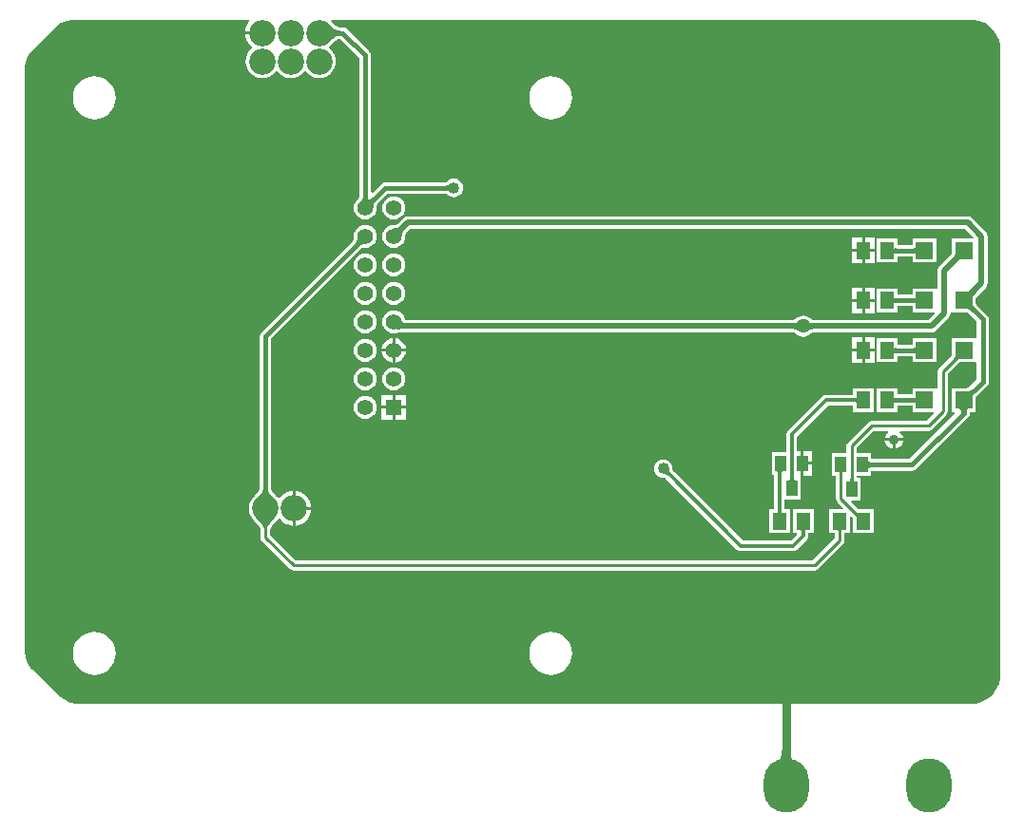
<source format=gbl>
G04 Layer_Physical_Order=2*
G04 Layer_Color=16711680*
%FSAX24Y24*%
%MOIN*%
G70*
G01*
G75*
%ADD11C,0.0300*%
%ADD12C,0.0150*%
%ADD13C,0.0120*%
%ADD16C,0.0560*%
%ADD17R,0.0560X0.0560*%
%ADD18C,0.0920*%
%ADD19O,0.1600X0.1900*%
%ADD20C,0.0400*%
%ADD21C,0.0350*%
%ADD22C,0.0500*%
%ADD23R,0.0394X0.0551*%
%ADD24R,0.0492X0.0591*%
%ADD25R,0.0591X0.0591*%
%ADD26C,0.0100*%
%ADD27C,0.0200*%
%ADD28C,0.0180*%
G36*
X-001008Y032812D02*
X-000826Y032736D01*
X-000663Y032627D01*
X-000523Y032487D01*
X-000414Y032324D01*
X-000338Y032142D01*
X-000300Y031948D01*
Y031850D01*
Y009850D01*
Y009752D01*
X-000338Y009558D01*
X-000414Y009376D01*
X-000523Y009213D01*
X-000663Y009073D01*
X-000826Y008964D01*
X-001008Y008888D01*
X-001202Y008850D01*
X-032684D01*
X-032877Y008888D01*
X-033059Y008964D01*
X-033223Y009073D01*
X-033293Y009143D01*
X-034207Y010057D01*
X-034277Y010127D01*
X-034386Y010291D01*
X-034462Y010473D01*
X-034500Y010666D01*
Y010764D01*
Y031086D01*
Y031184D01*
X-034462Y031377D01*
X-034386Y031559D01*
X-034277Y031723D01*
X-034207Y031793D01*
Y031793D01*
X-033443Y032557D01*
X-033373Y032627D01*
X-033209Y032736D01*
X-033027Y032812D01*
X-032834Y032850D01*
X-026636D01*
X-026613Y032800D01*
X-026670Y032731D01*
X-026726Y032625D01*
X-026761Y032510D01*
X-026768Y032440D01*
X-026160D01*
Y032340D01*
X-026768D01*
X-026761Y032270D01*
X-026726Y032155D01*
X-026670Y032049D01*
X-026593Y031957D01*
X-026528Y031903D01*
X-026526Y031840D01*
X-026572Y031802D01*
X-026645Y031714D01*
X-026698Y031613D01*
X-026732Y031504D01*
X-026743Y031390D01*
X-026732Y031276D01*
X-026698Y031167D01*
X-026645Y031066D01*
X-026572Y030978D01*
X-026484Y030905D01*
X-026383Y030852D01*
X-026274Y030818D01*
X-026160Y030807D01*
X-026046Y030818D01*
X-025937Y030852D01*
X-025836Y030905D01*
X-025748Y030978D01*
X-025691Y031047D01*
X-025682Y031051D01*
X-025638D01*
X-025629Y031047D01*
X-025572Y030978D01*
X-025484Y030905D01*
X-025383Y030852D01*
X-025274Y030818D01*
X-025160Y030807D01*
X-025046Y030818D01*
X-024937Y030852D01*
X-024836Y030905D01*
X-024748Y030978D01*
X-024691Y031047D01*
X-024682Y031051D01*
X-024638D01*
X-024629Y031047D01*
X-024572Y030978D01*
X-024484Y030905D01*
X-024383Y030852D01*
X-024274Y030818D01*
X-024160Y030807D01*
X-024046Y030818D01*
X-023937Y030852D01*
X-023836Y030905D01*
X-023748Y030978D01*
X-023675Y031066D01*
X-023622Y031167D01*
X-023588Y031276D01*
X-023577Y031390D01*
X-023588Y031504D01*
X-023622Y031613D01*
X-023675Y031714D01*
X-023748Y031802D01*
X-023817Y031859D01*
X-023821Y031868D01*
Y031912D01*
X-023817Y031921D01*
X-023748Y031978D01*
X-023745Y031982D01*
X-023701Y032025D01*
X-023616Y032099D01*
X-023580Y032126D01*
X-023546Y032149D01*
X-023515Y032166D01*
X-023488Y032179D01*
X-023464Y032187D01*
X-023445Y032191D01*
X-023445Y032191D01*
X-023422D01*
X-022749Y031518D01*
Y026672D01*
X-022750Y026664D01*
X-022753Y026652D01*
X-022758Y026639D01*
X-022764Y026624D01*
X-022773Y026609D01*
X-022784Y026592D01*
X-022797Y026575D01*
X-022813Y026556D01*
X-022829Y026540D01*
X-022835Y026535D01*
X-022899Y026452D01*
X-022940Y026354D01*
X-022953Y026250D01*
X-022940Y026146D01*
X-022899Y026048D01*
X-022835Y025965D01*
X-022752Y025901D01*
X-022654Y025860D01*
X-022550Y025847D01*
X-022446Y025860D01*
X-022348Y025901D01*
X-022265Y025965D01*
X-022201Y026048D01*
X-022160Y026146D01*
X-022147Y026250D01*
X-022148Y026258D01*
X-022147Y026281D01*
X-022145Y026305D01*
X-022143Y026326D01*
X-022139Y026346D01*
X-022134Y026363D01*
X-022128Y026378D01*
X-022122Y026391D01*
X-022116Y026402D01*
X-022111Y026407D01*
X-021768Y026751D01*
X-019734D01*
X-019726Y026750D01*
X-019718Y026748D01*
X-019711Y026745D01*
X-019704Y026742D01*
X-019698Y026739D01*
X-019692Y026735D01*
X-019686Y026730D01*
X-019680Y026724D01*
X-019678Y026722D01*
X-019611Y026670D01*
X-019534Y026638D01*
X-019450Y026627D01*
X-019366Y026638D01*
X-019289Y026670D01*
X-019222Y026722D01*
X-019170Y026789D01*
X-019138Y026866D01*
X-019127Y026950D01*
X-019138Y027034D01*
X-019170Y027111D01*
X-019222Y027178D01*
X-019289Y027230D01*
X-019366Y027262D01*
X-019450Y027273D01*
X-019534Y027262D01*
X-019611Y027230D01*
X-019678Y027178D01*
X-019680Y027176D01*
X-019686Y027170D01*
X-019692Y027165D01*
X-019698Y027161D01*
X-019704Y027158D01*
X-019711Y027155D01*
X-019718Y027152D01*
X-019726Y027150D01*
X-019734Y027149D01*
X-021850D01*
X-021926Y027134D01*
X-021991Y027091D01*
X-022305Y026776D01*
X-022351Y026795D01*
Y031600D01*
X-022366Y031676D01*
X-022409Y031741D01*
X-023199Y032531D01*
X-023264Y032574D01*
X-023340Y032589D01*
X-023445D01*
X-023445Y032589D01*
X-023464Y032593D01*
X-023488Y032601D01*
X-023515Y032614D01*
X-023546Y032631D01*
X-023580Y032654D01*
X-023616Y032681D01*
X-023701Y032755D01*
X-023745Y032798D01*
X-023746Y032800D01*
X-023744Y032817D01*
X-023732Y032850D01*
X-001202D01*
X-001008Y032812D01*
D02*
G37*
G36*
X-022474Y026664D02*
X-022470Y026640D01*
X-022464Y026616D01*
X-022456Y026593D01*
X-022445Y026569D01*
X-022431Y026545D01*
X-022429Y026542D01*
X-022425Y026542D01*
X-022399Y026550D01*
X-022375Y026559D01*
X-022352Y026570D01*
X-022331Y026582D01*
X-022311Y026597D01*
X-022293Y026613D01*
X-022187Y026507D01*
X-022203Y026489D01*
X-022218Y026469D01*
X-022230Y026448D01*
X-022241Y026425D01*
X-022250Y026401D01*
X-022258Y026375D01*
X-022263Y026347D01*
X-022267Y026317D01*
X-022269Y026286D01*
X-022270Y026253D01*
X-022467Y026450D01*
X-022746D01*
X-022723Y026474D01*
X-022702Y026497D01*
X-022684Y026521D01*
X-022669Y026545D01*
X-022655Y026569D01*
X-022644Y026593D01*
X-022636Y026616D01*
X-022630Y026640D01*
X-022626Y026664D01*
X-022625Y026688D01*
X-022475D01*
X-022474Y026664D01*
D02*
G37*
G36*
X-007649Y007159D02*
X-007644Y007101D01*
X-007637Y007049D01*
X-007626Y007004D01*
X-007613Y006967D01*
X-007596Y006936D01*
X-007577Y006912D01*
X-007554Y006894D01*
X-007529Y006884D01*
X-007500Y006881D01*
X-008100D01*
X-008071Y006884D01*
X-008046Y006894D01*
X-008023Y006912D01*
X-008004Y006936D01*
X-007987Y006967D01*
X-007974Y007004D01*
X-007963Y007049D01*
X-007956Y007101D01*
X-007951Y007159D01*
X-007950Y007225D01*
X-007650D01*
X-007649Y007159D01*
D02*
G37*
G36*
X-019593Y026810D02*
X-019606Y026822D01*
X-019620Y026833D01*
X-019634Y026843D01*
X-019649Y026852D01*
X-019665Y026859D01*
X-019682Y026865D01*
X-019699Y026869D01*
X-019717Y026872D01*
X-019736Y026874D01*
X-019755Y026875D01*
Y027025D01*
X-019736Y027026D01*
X-019717Y027028D01*
X-019699Y027031D01*
X-019682Y027035D01*
X-019665Y027041D01*
X-019649Y027048D01*
X-019634Y027057D01*
X-019620Y027067D01*
X-019606Y027078D01*
X-019593Y027090D01*
Y026810D01*
D02*
G37*
G36*
X-023784Y032665D02*
X-023694Y032586D01*
X-023651Y032554D01*
X-023610Y032527D01*
X-023571Y032505D01*
X-023533Y032487D01*
X-023497Y032475D01*
X-023463Y032467D01*
X-023430Y032465D01*
Y032315D01*
X-023463Y032313D01*
X-023497Y032305D01*
X-023533Y032293D01*
X-023571Y032275D01*
X-023610Y032253D01*
X-023651Y032226D01*
X-023694Y032194D01*
X-023784Y032115D01*
X-023831Y032068D01*
Y032712D01*
X-023784Y032665D01*
D02*
G37*
%LPC*%
G36*
X-022550Y022653D02*
X-022654Y022640D01*
X-022752Y022599D01*
X-022835Y022535D01*
X-022899Y022452D01*
X-022940Y022354D01*
X-022953Y022250D01*
X-022940Y022146D01*
X-022899Y022048D01*
X-022835Y021965D01*
X-022752Y021901D01*
X-022654Y021860D01*
X-022550Y021847D01*
X-022446Y021860D01*
X-022348Y021901D01*
X-022265Y021965D01*
X-022201Y022048D01*
X-022160Y022146D01*
X-022147Y022250D01*
X-022160Y022354D01*
X-022201Y022452D01*
X-022265Y022535D01*
X-022348Y022599D01*
X-022446Y022640D01*
X-022550Y022653D01*
D02*
G37*
G36*
X-025000Y016308D02*
Y015750D01*
X-024442D01*
X-024449Y015820D01*
X-024484Y015935D01*
X-024540Y016041D01*
X-024617Y016133D01*
X-024709Y016210D01*
X-024815Y016266D01*
X-024930Y016301D01*
X-025000Y016308D01*
D02*
G37*
G36*
X-021500Y021677D02*
Y021300D01*
X-021123D01*
X-021131Y021362D01*
X-021174Y021467D01*
X-021243Y021557D01*
X-021333Y021626D01*
X-021438Y021669D01*
X-021500Y021677D01*
D02*
G37*
G36*
X-021600D02*
X-021662Y021669D01*
X-021767Y021626D01*
X-021857Y021557D01*
X-021926Y021467D01*
X-021969Y021362D01*
X-021977Y021300D01*
X-021600D01*
Y021677D01*
D02*
G37*
G36*
X-002524Y021665D02*
X-003354D01*
Y021449D01*
X-003884D01*
Y021665D01*
X-004616D01*
Y020835D01*
X-003884D01*
Y021051D01*
X-003354D01*
Y020835D01*
X-002524D01*
Y021665D01*
D02*
G37*
G36*
X-004681Y022950D02*
X-005027D01*
Y022555D01*
X-004681D01*
Y022950D01*
D02*
G37*
G36*
X-006879Y017709D02*
X-007176D01*
Y017333D01*
X-006879D01*
Y017709D01*
D02*
G37*
G36*
X-005127Y022950D02*
X-005473D01*
Y022555D01*
X-005127D01*
Y022950D01*
D02*
G37*
G36*
X-021600Y019680D02*
X-021980D01*
Y019300D01*
X-021600D01*
Y019680D01*
D02*
G37*
G36*
X-004711Y019915D02*
X-005443D01*
Y019684D01*
X-006400D01*
X-006470Y019670D01*
X-006530Y019630D01*
X-007730Y018430D01*
X-007770Y018370D01*
X-007784Y018300D01*
Y017679D01*
X-008291D01*
Y016887D01*
X-008207D01*
Y015665D01*
X-008389D01*
Y014835D01*
X-007657D01*
Y015665D01*
X-007840D01*
Y016021D01*
X-007283D01*
Y016813D01*
X-007283D01*
X-007276Y016839D01*
Y017283D01*
Y017709D01*
X-007416D01*
Y018224D01*
X-006324Y019316D01*
X-005443D01*
Y019085D01*
X-004711D01*
Y019915D01*
D02*
G37*
G36*
X-004681Y021695D02*
X-005027D01*
Y021300D01*
X-004681D01*
Y021695D01*
D02*
G37*
G36*
X-005127Y021200D02*
X-005473D01*
Y020805D01*
X-005127D01*
Y021200D01*
D02*
G37*
G36*
X-004681D02*
X-005027D01*
Y020805D01*
X-004681D01*
Y021200D01*
D02*
G37*
G36*
X-021550Y020653D02*
X-021654Y020640D01*
X-021752Y020599D01*
X-021835Y020535D01*
X-021899Y020452D01*
X-021940Y020354D01*
X-021953Y020250D01*
X-021940Y020146D01*
X-021899Y020048D01*
X-021835Y019965D01*
X-021752Y019901D01*
X-021654Y019860D01*
X-021550Y019847D01*
X-021446Y019860D01*
X-021348Y019901D01*
X-021265Y019965D01*
X-021201Y020048D01*
X-021160Y020146D01*
X-021147Y020250D01*
X-021160Y020354D01*
X-021201Y020452D01*
X-021265Y020535D01*
X-021348Y020599D01*
X-021446Y020640D01*
X-021550Y020653D01*
D02*
G37*
G36*
X-006879Y017233D02*
X-007176D01*
Y016857D01*
X-006879D01*
Y017233D01*
D02*
G37*
G36*
X-022550Y020653D02*
X-022654Y020640D01*
X-022752Y020599D01*
X-022835Y020535D01*
X-022899Y020452D01*
X-022940Y020354D01*
X-022953Y020250D01*
X-022940Y020146D01*
X-022899Y020048D01*
X-022835Y019965D01*
X-022752Y019901D01*
X-022654Y019860D01*
X-022550Y019847D01*
X-022446Y019860D01*
X-022348Y019901D01*
X-022265Y019965D01*
X-022201Y020048D01*
X-022160Y020146D01*
X-022147Y020250D01*
X-022160Y020354D01*
X-022201Y020452D01*
X-022265Y020535D01*
X-022348Y020599D01*
X-022446Y020640D01*
X-022550Y020653D01*
D02*
G37*
G36*
X-021120Y019680D02*
X-021500D01*
Y019300D01*
X-021120D01*
Y019680D01*
D02*
G37*
G36*
X-005127Y021695D02*
X-005473D01*
Y021300D01*
X-005127D01*
Y021695D01*
D02*
G37*
G36*
X-022550Y021653D02*
X-022654Y021640D01*
X-022752Y021599D01*
X-022835Y021535D01*
X-022899Y021452D01*
X-022940Y021354D01*
X-022953Y021250D01*
X-022940Y021146D01*
X-022899Y021048D01*
X-022835Y020965D01*
X-022752Y020901D01*
X-022654Y020860D01*
X-022550Y020847D01*
X-022446Y020860D01*
X-022348Y020901D01*
X-022265Y020965D01*
X-022201Y021048D01*
X-022160Y021146D01*
X-022147Y021250D01*
X-022160Y021354D01*
X-022201Y021452D01*
X-022265Y021535D01*
X-022348Y021599D01*
X-022446Y021640D01*
X-022550Y021653D01*
D02*
G37*
G36*
X-021600Y021200D02*
X-021977D01*
X-021969Y021138D01*
X-021926Y021033D01*
X-021857Y020943D01*
X-021767Y020874D01*
X-021662Y020831D01*
X-021600Y020823D01*
Y021200D01*
D02*
G37*
G36*
X-021123D02*
X-021500D01*
Y020823D01*
X-021438Y020831D01*
X-021333Y020874D01*
X-021243Y020943D01*
X-021174Y021033D01*
X-021131Y021138D01*
X-021123Y021200D01*
D02*
G37*
G36*
X-022550Y023653D02*
X-022654Y023640D01*
X-022752Y023599D01*
X-022835Y023535D01*
X-022899Y023452D01*
X-022940Y023354D01*
X-022953Y023250D01*
X-022940Y023146D01*
X-022899Y023048D01*
X-022835Y022965D01*
X-022752Y022901D01*
X-022654Y022860D01*
X-022550Y022847D01*
X-022446Y022860D01*
X-022348Y022901D01*
X-022265Y022965D01*
X-022201Y023048D01*
X-022160Y023146D01*
X-022147Y023250D01*
X-022160Y023354D01*
X-022201Y023452D01*
X-022265Y023535D01*
X-022348Y023599D01*
X-022446Y023640D01*
X-022550Y023653D01*
D02*
G37*
G36*
X-004681Y025195D02*
X-005027D01*
Y024800D01*
X-004681D01*
Y025195D01*
D02*
G37*
G36*
X-032050Y011369D02*
X-032197Y011354D01*
X-032338Y011311D01*
X-032469Y011242D01*
X-032583Y011148D01*
X-032677Y011034D01*
X-032746Y010903D01*
X-032789Y010762D01*
X-032804Y010615D01*
X-032789Y010468D01*
X-032746Y010327D01*
X-032677Y010196D01*
X-032583Y010082D01*
X-032469Y009988D01*
X-032338Y009919D01*
X-032197Y009876D01*
X-032050Y009861D01*
X-031903Y009876D01*
X-031762Y009919D01*
X-031631Y009988D01*
X-031517Y010082D01*
X-031423Y010196D01*
X-031354Y010327D01*
X-031311Y010468D01*
X-031296Y010615D01*
X-031311Y010762D01*
X-031354Y010903D01*
X-031423Y011034D01*
X-031517Y011148D01*
X-031631Y011242D01*
X-031762Y011311D01*
X-031903Y011354D01*
X-032050Y011369D01*
D02*
G37*
G36*
X-005127Y025195D02*
X-005473D01*
Y024800D01*
X-005127D01*
Y025195D01*
D02*
G37*
G36*
X-012100Y017423D02*
X-012184Y017412D01*
X-012261Y017380D01*
X-012328Y017328D01*
X-012380Y017261D01*
X-012412Y017184D01*
X-012423Y017100D01*
X-012412Y017016D01*
X-012380Y016939D01*
X-012328Y016872D01*
X-012261Y016820D01*
X-012184Y016788D01*
X-012100Y016777D01*
X-012097Y016778D01*
X-012082Y016777D01*
X-012069Y016776D01*
X-012058Y016775D01*
X-012048Y016772D01*
X-012039Y016770D01*
X-012032Y016767D01*
X-012025Y016763D01*
X-012020Y016760D01*
X-012019Y016759D01*
X-009510Y014250D01*
X-009450Y014210D01*
X-009380Y014196D01*
X-007560D01*
X-007490Y014210D01*
X-007430Y014250D01*
X-007067Y014614D01*
X-007027Y014673D01*
X-007013Y014744D01*
Y014835D01*
X-006830D01*
Y015665D01*
X-007563D01*
Y014835D01*
X-007436D01*
X-007415Y014785D01*
X-007636Y014564D01*
X-009304D01*
X-011759Y017019D01*
X-011760Y017020D01*
X-011763Y017025D01*
X-011767Y017032D01*
X-011770Y017039D01*
X-011772Y017048D01*
X-011775Y017058D01*
X-011776Y017069D01*
X-011777Y017082D01*
X-011778Y017097D01*
X-011777Y017100D01*
X-011788Y017184D01*
X-011820Y017261D01*
X-011872Y017328D01*
X-011939Y017380D01*
X-012016Y017412D01*
X-012100Y017423D01*
D02*
G37*
G36*
X-016050Y011369D02*
X-016197Y011354D01*
X-016338Y011311D01*
X-016469Y011242D01*
X-016583Y011148D01*
X-016677Y011034D01*
X-016746Y010903D01*
X-016789Y010762D01*
X-016804Y010615D01*
X-016789Y010468D01*
X-016746Y010327D01*
X-016677Y010196D01*
X-016583Y010082D01*
X-016469Y009988D01*
X-016338Y009919D01*
X-016197Y009876D01*
X-016050Y009861D01*
X-015903Y009876D01*
X-015762Y009919D01*
X-015631Y009988D01*
X-015517Y010082D01*
X-015423Y010196D01*
X-015354Y010327D01*
X-015311Y010468D01*
X-015296Y010615D01*
X-015311Y010762D01*
X-015354Y010903D01*
X-015423Y011034D01*
X-015517Y011148D01*
X-015631Y011242D01*
X-015762Y011311D01*
X-015903Y011354D01*
X-016050Y011369D01*
D02*
G37*
G36*
X-032050Y030869D02*
X-032197Y030854D01*
X-032338Y030811D01*
X-032469Y030742D01*
X-032583Y030648D01*
X-032677Y030534D01*
X-032746Y030403D01*
X-032789Y030262D01*
X-032804Y030115D01*
X-032789Y029968D01*
X-032746Y029827D01*
X-032677Y029696D01*
X-032583Y029582D01*
X-032469Y029488D01*
X-032338Y029419D01*
X-032197Y029376D01*
X-032050Y029361D01*
X-031903Y029376D01*
X-031762Y029419D01*
X-031631Y029488D01*
X-031517Y029582D01*
X-031423Y029696D01*
X-031354Y029827D01*
X-031311Y029968D01*
X-031296Y030115D01*
X-031311Y030262D01*
X-031354Y030403D01*
X-031423Y030534D01*
X-031517Y030648D01*
X-031631Y030742D01*
X-031762Y030811D01*
X-031903Y030854D01*
X-032050Y030869D01*
D02*
G37*
G36*
X-016050D02*
X-016197Y030854D01*
X-016338Y030811D01*
X-016469Y030742D01*
X-016583Y030648D01*
X-016677Y030534D01*
X-016746Y030403D01*
X-016789Y030262D01*
X-016804Y030115D01*
X-016789Y029968D01*
X-016746Y029827D01*
X-016677Y029696D01*
X-016583Y029582D01*
X-016469Y029488D01*
X-016338Y029419D01*
X-016197Y029376D01*
X-016050Y029361D01*
X-015903Y029376D01*
X-015762Y029419D01*
X-015631Y029488D01*
X-015517Y029582D01*
X-015423Y029696D01*
X-015354Y029827D01*
X-015311Y029968D01*
X-015296Y030115D01*
X-015311Y030262D01*
X-015354Y030403D01*
X-015423Y030534D01*
X-015517Y030648D01*
X-015631Y030742D01*
X-015762Y030811D01*
X-015903Y030854D01*
X-016050Y030869D01*
D02*
G37*
G36*
X-021550Y026653D02*
X-021654Y026640D01*
X-021752Y026599D01*
X-021835Y026535D01*
X-021899Y026452D01*
X-021940Y026354D01*
X-021953Y026250D01*
X-021940Y026146D01*
X-021899Y026048D01*
X-021835Y025965D01*
X-021752Y025901D01*
X-021654Y025860D01*
X-021550Y025847D01*
X-021446Y025860D01*
X-021348Y025901D01*
X-021265Y025965D01*
X-021201Y026048D01*
X-021160Y026146D01*
X-021147Y026250D01*
X-021160Y026354D01*
X-021201Y026452D01*
X-021265Y026535D01*
X-021348Y026599D01*
X-021446Y026640D01*
X-021550Y026653D01*
D02*
G37*
G36*
X-002524Y025165D02*
X-003354D01*
Y024949D01*
X-003884D01*
Y025165D01*
X-004616D01*
Y024335D01*
X-003884D01*
Y024551D01*
X-003354D01*
Y024335D01*
X-002524D01*
Y025165D01*
D02*
G37*
G36*
X-001430Y025954D02*
X-021070D01*
X-021156Y025937D01*
X-021229Y025889D01*
X-021425Y025692D01*
X-021430Y025689D01*
X-021442Y025680D01*
X-021456Y025672D01*
X-021469Y025666D01*
X-021483Y025661D01*
X-021497Y025657D01*
X-021512Y025655D01*
X-021529Y025653D01*
X-021543Y025652D01*
X-021550Y025653D01*
X-021654Y025640D01*
X-021752Y025599D01*
X-021835Y025535D01*
X-021899Y025452D01*
X-021940Y025354D01*
X-021953Y025250D01*
X-021940Y025146D01*
X-021899Y025048D01*
X-021835Y024965D01*
X-021752Y024901D01*
X-021654Y024860D01*
X-021550Y024847D01*
X-021446Y024860D01*
X-021348Y024901D01*
X-021265Y024965D01*
X-021201Y025048D01*
X-021160Y025146D01*
X-021147Y025250D01*
X-021147Y025257D01*
X-021147Y025271D01*
X-021145Y025288D01*
X-021143Y025303D01*
X-021139Y025317D01*
X-021134Y025331D01*
X-021128Y025344D01*
X-021120Y025358D01*
X-021111Y025371D01*
X-021108Y025375D01*
X-020977Y025506D01*
X-001523D01*
X-001229Y025211D01*
X-001248Y025165D01*
X-001976D01*
Y024667D01*
X-001991Y024645D01*
X-002039Y024589D01*
X-002409Y024220D01*
X-002457Y024147D01*
X-002474Y024061D01*
Y023417D01*
X-002524Y023415D01*
Y023415D01*
X-003354D01*
Y023199D01*
X-003884D01*
Y023415D01*
X-004616D01*
Y022585D01*
X-003884D01*
Y022801D01*
X-003354D01*
Y022585D01*
X-002598D01*
X-002579Y022539D01*
X-002793Y022324D01*
X-006853D01*
X-006854Y022324D01*
X-006868Y022327D01*
X-006880Y022330D01*
X-006892Y022333D01*
X-006902Y022338D01*
X-006911Y022342D01*
X-006919Y022348D01*
X-006927Y022354D01*
X-006933Y022360D01*
X-006936Y022364D01*
X-007013Y022423D01*
X-007103Y022460D01*
X-007200Y022473D01*
X-007297Y022460D01*
X-007387Y022423D01*
X-007464Y022364D01*
X-007467Y022360D01*
X-007473Y022354D01*
X-007481Y022348D01*
X-007489Y022342D01*
X-007498Y022338D01*
X-007508Y022333D01*
X-007520Y022330D01*
X-007532Y022327D01*
X-007546Y022324D01*
X-007547Y022324D01*
X-021134D01*
X-021138Y022325D01*
X-021148Y022327D01*
X-021154Y022329D01*
X-021155Y022330D01*
X-021158Y022342D01*
X-021159Y022342D01*
X-021160Y022354D01*
X-021201Y022452D01*
X-021265Y022535D01*
X-021348Y022599D01*
X-021446Y022640D01*
X-021550Y022653D01*
X-021654Y022640D01*
X-021752Y022599D01*
X-021835Y022535D01*
X-021899Y022452D01*
X-021940Y022354D01*
X-021953Y022250D01*
X-021940Y022146D01*
X-021899Y022048D01*
X-021835Y021965D01*
X-021752Y021901D01*
X-021654Y021860D01*
X-021550Y021847D01*
X-021446Y021860D01*
X-021437Y021864D01*
X-021224Y021876D01*
X-007547D01*
X-007546Y021876D01*
X-007532Y021873D01*
X-007520Y021870D01*
X-007508Y021867D01*
X-007498Y021862D01*
X-007489Y021858D01*
X-007481Y021852D01*
X-007473Y021846D01*
X-007467Y021840D01*
X-007464Y021836D01*
X-007387Y021777D01*
X-007297Y021740D01*
X-007200Y021727D01*
X-007103Y021740D01*
X-007013Y021777D01*
X-006936Y021836D01*
X-006933Y021840D01*
X-006927Y021846D01*
X-006919Y021852D01*
X-006911Y021858D01*
X-006902Y021862D01*
X-006892Y021867D01*
X-006880Y021870D01*
X-006868Y021873D01*
X-006854Y021876D01*
X-006853Y021876D01*
X-002700D01*
X-002614Y021893D01*
X-002541Y021941D01*
X-002091Y022391D01*
X-002043Y022464D01*
X-002026Y022550D01*
Y022583D01*
X-001976Y022585D01*
Y022585D01*
X-001461D01*
X-001445Y022574D01*
X-001395Y022531D01*
X-001114Y022250D01*
Y021702D01*
X-001146Y021665D01*
X-001976D01*
Y021083D01*
X-001992Y021064D01*
X-002423Y020634D01*
X-002460Y020577D01*
X-002473Y020511D01*
Y019220D01*
X-002474Y019220D01*
X-002524Y019246D01*
Y019915D01*
X-003354D01*
Y019699D01*
X-003884D01*
Y019915D01*
X-004616D01*
Y019085D01*
X-003884D01*
Y019301D01*
X-003354D01*
Y019085D01*
X-002626D01*
X-002607Y019039D01*
X-002872Y018773D01*
X-004800D01*
X-004866Y018760D01*
X-004923Y018723D01*
X-004923Y018723D01*
X-005623Y018023D01*
X-005660Y017966D01*
X-005673Y017900D01*
Y017629D01*
X-006191D01*
Y016837D01*
X-006047D01*
Y016037D01*
X-006034Y015971D01*
X-005997Y015915D01*
X-005793Y015711D01*
X-005812Y015665D01*
X-006279D01*
Y014835D01*
X-006087D01*
Y014658D01*
X-006872Y013873D01*
X-024988D01*
X-025877Y014762D01*
Y014971D01*
X-025876Y014974D01*
X-025873Y014989D01*
X-025864Y015010D01*
X-025850Y015037D01*
X-025830Y015069D01*
X-025806Y015103D01*
X-025690Y015236D01*
X-025642Y015285D01*
X-025638Y015288D01*
X-025600Y015334D01*
X-025537Y015332D01*
X-025483Y015267D01*
X-025391Y015190D01*
X-025285Y015134D01*
X-025170Y015099D01*
X-025100Y015092D01*
Y015700D01*
Y016308D01*
X-025170Y016301D01*
X-025285Y016266D01*
X-025391Y016210D01*
X-025483Y016133D01*
X-025537Y016068D01*
X-025600Y016066D01*
X-025638Y016112D01*
X-025642Y016115D01*
X-025685Y016159D01*
X-025759Y016244D01*
X-025786Y016280D01*
X-025809Y016314D01*
X-025826Y016345D01*
X-025839Y016372D01*
X-025847Y016396D01*
X-025851Y016415D01*
X-025851Y016415D01*
Y021668D01*
X-022707Y024811D01*
X-022702Y024816D01*
X-022691Y024822D01*
X-022678Y024828D01*
X-022663Y024834D01*
X-022646Y024839D01*
X-022626Y024843D01*
X-022605Y024845D01*
X-022581Y024847D01*
X-022558Y024848D01*
X-022550Y024847D01*
X-022446Y024860D01*
X-022348Y024901D01*
X-022265Y024965D01*
X-022201Y025048D01*
X-022160Y025146D01*
X-022147Y025250D01*
X-022160Y025354D01*
X-022201Y025452D01*
X-022265Y025535D01*
X-022348Y025599D01*
X-022446Y025640D01*
X-022550Y025653D01*
X-022654Y025640D01*
X-022752Y025599D01*
X-022835Y025535D01*
X-022899Y025452D01*
X-022940Y025354D01*
X-022953Y025250D01*
X-022952Y025242D01*
X-022953Y025219D01*
X-022955Y025195D01*
X-022957Y025174D01*
X-022961Y025154D01*
X-022966Y025137D01*
X-022972Y025122D01*
X-022978Y025109D01*
X-022984Y025098D01*
X-022989Y025093D01*
X-026191Y021891D01*
X-026234Y021826D01*
X-026249Y021750D01*
Y016415D01*
X-026249Y016415D01*
X-026253Y016396D01*
X-026261Y016372D01*
X-026274Y016345D01*
X-026291Y016314D01*
X-026314Y016280D01*
X-026341Y016244D01*
X-026415Y016159D01*
X-026458Y016115D01*
X-026462Y016112D01*
X-026535Y016024D01*
X-026588Y015923D01*
X-026622Y015814D01*
X-026633Y015700D01*
X-026622Y015586D01*
X-026588Y015477D01*
X-026535Y015376D01*
X-026462Y015288D01*
X-026458Y015285D01*
X-026408Y015235D01*
X-026366Y015189D01*
X-026295Y015104D01*
X-026270Y015069D01*
X-026250Y015037D01*
X-026236Y015010D01*
X-026227Y014989D01*
X-026224Y014974D01*
X-026223Y014971D01*
Y014690D01*
X-026210Y014624D01*
X-026173Y014567D01*
X-025183Y013577D01*
X-025126Y013540D01*
X-025060Y013527D01*
X-006800D01*
X-006734Y013540D01*
X-006677Y013577D01*
X-005791Y014464D01*
X-005791Y014464D01*
X-005753Y014520D01*
X-005740Y014587D01*
X-005740Y014587D01*
Y014835D01*
X-005547D01*
Y015400D01*
X-005501Y015419D01*
X-005469Y015387D01*
X-005463Y015381D01*
X-005455Y015370D01*
X-005453Y015367D01*
Y014835D01*
X-004721D01*
Y015665D01*
X-005255D01*
X-005270Y015678D01*
X-005517Y015925D01*
X-005497Y015971D01*
X-005183D01*
Y016763D01*
X-005327D01*
Y016837D01*
X-004809D01*
Y017017D01*
X-004800Y017018D01*
X-004789Y017019D01*
X-003387D01*
X-003305Y017035D01*
X-003236Y017082D01*
X-001410Y018908D01*
X-001363Y018977D01*
X-001347Y019059D01*
Y019085D01*
X-001146D01*
Y019534D01*
X-001145Y019540D01*
X-001146Y019545D01*
Y019600D01*
X-001134Y019616D01*
X-001092Y019666D01*
X-000749Y020010D01*
X-000702Y020079D01*
X-000686Y020161D01*
Y022339D01*
X-000702Y022421D01*
X-000749Y022490D01*
X-001084Y022826D01*
X-001113Y022857D01*
X-001134Y022883D01*
X-001146Y022900D01*
Y023005D01*
X-001145Y023011D01*
X-001146Y023017D01*
Y023083D01*
X-001130Y023105D01*
X-001082Y023161D01*
X-000791Y023452D01*
X-000743Y023525D01*
X-000726Y023611D01*
Y025250D01*
X-000743Y025336D01*
X-000791Y025409D01*
X-001271Y025889D01*
X-001344Y025937D01*
X-001430Y025954D01*
D02*
G37*
G36*
X-021600Y019200D02*
X-021980D01*
Y018820D01*
X-021600D01*
Y019200D01*
D02*
G37*
G36*
X-005127Y023445D02*
X-005473D01*
Y023050D01*
X-005127D01*
Y023445D01*
D02*
G37*
G36*
X-004681D02*
X-005027D01*
Y023050D01*
X-004681D01*
Y023445D01*
D02*
G37*
G36*
X-021120Y019200D02*
X-021500D01*
Y018820D01*
X-021120D01*
Y019200D01*
D02*
G37*
G36*
X-021550Y023653D02*
X-021654Y023640D01*
X-021752Y023599D01*
X-021835Y023535D01*
X-021899Y023452D01*
X-021940Y023354D01*
X-021953Y023250D01*
X-021940Y023146D01*
X-021899Y023048D01*
X-021835Y022965D01*
X-021752Y022901D01*
X-021654Y022860D01*
X-021550Y022847D01*
X-021446Y022860D01*
X-021348Y022901D01*
X-021265Y022965D01*
X-021201Y023048D01*
X-021160Y023146D01*
X-021147Y023250D01*
X-021160Y023354D01*
X-021201Y023452D01*
X-021265Y023535D01*
X-021348Y023599D01*
X-021446Y023640D01*
X-021550Y023653D01*
D02*
G37*
G36*
X-024442Y015650D02*
X-025000D01*
Y015092D01*
X-024930Y015099D01*
X-024815Y015134D01*
X-024709Y015190D01*
X-024617Y015267D01*
X-024540Y015359D01*
X-024484Y015465D01*
X-024449Y015580D01*
X-024442Y015650D01*
D02*
G37*
G36*
X-022550Y019653D02*
X-022654Y019640D01*
X-022752Y019599D01*
X-022835Y019535D01*
X-022899Y019452D01*
X-022940Y019354D01*
X-022953Y019250D01*
X-022940Y019146D01*
X-022899Y019048D01*
X-022835Y018965D01*
X-022752Y018901D01*
X-022654Y018860D01*
X-022550Y018847D01*
X-022446Y018860D01*
X-022348Y018901D01*
X-022265Y018965D01*
X-022201Y019048D01*
X-022160Y019146D01*
X-022147Y019250D01*
X-022160Y019354D01*
X-022201Y019452D01*
X-022265Y019535D01*
X-022348Y019599D01*
X-022446Y019640D01*
X-022550Y019653D01*
D02*
G37*
G36*
X-004681Y024700D02*
X-005027D01*
Y024305D01*
X-004681D01*
Y024700D01*
D02*
G37*
G36*
X-005127D02*
X-005473D01*
Y024305D01*
X-005127D01*
Y024700D01*
D02*
G37*
G36*
X-022550Y024653D02*
X-022654Y024640D01*
X-022752Y024599D01*
X-022835Y024535D01*
X-022899Y024452D01*
X-022940Y024354D01*
X-022953Y024250D01*
X-022940Y024146D01*
X-022899Y024048D01*
X-022835Y023965D01*
X-022752Y023901D01*
X-022654Y023860D01*
X-022550Y023847D01*
X-022446Y023860D01*
X-022348Y023901D01*
X-022265Y023965D01*
X-022201Y024048D01*
X-022160Y024146D01*
X-022147Y024250D01*
X-022160Y024354D01*
X-022201Y024452D01*
X-022265Y024535D01*
X-022348Y024599D01*
X-022446Y024640D01*
X-022550Y024653D01*
D02*
G37*
G36*
X-021550D02*
X-021654Y024640D01*
X-021752Y024599D01*
X-021835Y024535D01*
X-021899Y024452D01*
X-021940Y024354D01*
X-021953Y024250D01*
X-021940Y024146D01*
X-021899Y024048D01*
X-021835Y023965D01*
X-021752Y023901D01*
X-021654Y023860D01*
X-021550Y023847D01*
X-021446Y023860D01*
X-021348Y023901D01*
X-021265Y023965D01*
X-021201Y024048D01*
X-021160Y024146D01*
X-021147Y024250D01*
X-021160Y024354D01*
X-021201Y024452D01*
X-021265Y024535D01*
X-021348Y024599D01*
X-021446Y024640D01*
X-021550Y024653D01*
D02*
G37*
%LPD*%
G36*
X-004004Y021386D02*
X-003999Y021373D01*
X-003992Y021362D01*
X-003981Y021352D01*
X-003968Y021344D01*
X-003951Y021337D01*
X-003932Y021332D01*
X-003909Y021328D01*
X-003884Y021326D01*
X-003855Y021325D01*
Y021175D01*
X-003884Y021174D01*
X-003909Y021172D01*
X-003932Y021168D01*
X-003951Y021163D01*
X-003968Y021156D01*
X-003981Y021148D01*
X-003992Y021138D01*
X-003999Y021127D01*
X-004004Y021114D01*
X-004005Y021100D01*
Y021400D01*
X-004004Y021386D01*
D02*
G37*
G36*
X-003232Y021100D02*
X-003233Y021114D01*
X-003238Y021127D01*
X-003245Y021138D01*
X-003256Y021148D01*
X-003270Y021156D01*
X-003286Y021163D01*
X-003306Y021168D01*
X-003329Y021172D01*
X-003354Y021174D01*
X-003383Y021175D01*
Y021325D01*
X-003354Y021326D01*
X-003329Y021328D01*
X-003306Y021332D01*
X-003286Y021337D01*
X-003270Y021344D01*
X-003256Y021352D01*
X-003245Y021362D01*
X-003238Y021373D01*
X-003233Y021386D01*
X-003232Y021400D01*
Y021100D01*
D02*
G37*
G36*
X-007915Y017009D02*
X-007925Y017005D01*
X-007934Y016999D01*
X-007942Y016990D01*
X-007948Y016980D01*
X-007954Y016966D01*
X-007958Y016950D01*
X-007961Y016932D01*
X-007963Y016912D01*
X-007963Y016889D01*
X-008083D01*
X-008084Y016912D01*
X-008086Y016932D01*
X-008089Y016950D01*
X-008093Y016966D01*
X-008098Y016980D01*
X-008105Y016990D01*
X-008113Y016999D01*
X-008122Y017005D01*
X-008132Y017009D01*
X-008143Y017010D01*
X-007903D01*
X-007915Y017009D01*
D02*
G37*
G36*
X-007539Y016789D02*
X-007538Y016768D01*
X-007535Y016750D01*
X-007530Y016735D01*
X-007525Y016721D01*
X-007518Y016711D01*
X-007511Y016702D01*
X-007502Y016696D01*
X-007491Y016693D01*
X-007480Y016691D01*
X-007720D01*
X-007709Y016693D01*
X-007698Y016696D01*
X-007689Y016702D01*
X-007682Y016711D01*
X-007675Y016721D01*
X-007670Y016735D01*
X-007665Y016750D01*
X-007662Y016768D01*
X-007661Y016789D01*
X-007660Y016811D01*
X-007540D01*
X-007539Y016789D01*
D02*
G37*
G36*
X-007963Y015641D02*
X-007961Y015620D01*
X-007958Y015602D01*
X-007954Y015587D01*
X-007948Y015573D01*
X-007942Y015562D01*
X-007934Y015554D01*
X-007925Y015548D01*
X-007915Y015544D01*
X-007903Y015543D01*
X-008143D01*
X-008132Y015544D01*
X-008122Y015548D01*
X-008113Y015554D01*
X-008105Y015562D01*
X-008098Y015573D01*
X-008093Y015587D01*
X-008089Y015602D01*
X-008086Y015620D01*
X-008084Y015641D01*
X-008083Y015664D01*
X-007963D01*
X-007963Y015641D01*
D02*
G37*
G36*
X-005320Y019380D02*
X-005322Y019391D01*
X-005325Y019402D01*
X-005331Y019411D01*
X-005340Y019418D01*
X-005351Y019425D01*
X-005364Y019430D01*
X-005380Y019435D01*
X-005398Y019438D01*
X-005419Y019439D01*
X-005442Y019440D01*
Y019560D01*
X-005419Y019561D01*
X-005398Y019562D01*
X-005380Y019565D01*
X-005364Y019570D01*
X-005351Y019575D01*
X-005340Y019582D01*
X-005331Y019589D01*
X-005325Y019598D01*
X-005322Y019609D01*
X-005320Y019620D01*
Y019380D01*
D02*
G37*
G36*
X-007088Y014956D02*
X-007098Y014952D01*
X-007107Y014946D01*
X-007115Y014938D01*
X-007121Y014927D01*
X-007127Y014913D01*
X-007131Y014898D01*
X-007134Y014880D01*
X-007136Y014859D01*
X-007136Y014836D01*
X-007256D01*
X-007257Y014859D01*
X-007259Y014880D01*
X-007262Y014898D01*
X-007266Y014913D01*
X-007271Y014927D01*
X-007278Y014938D01*
X-007286Y014946D01*
X-007295Y014952D01*
X-007305Y014956D01*
X-007316Y014957D01*
X-007076D01*
X-007088Y014956D01*
D02*
G37*
G36*
X-011900Y017076D02*
X-011898Y017055D01*
X-011895Y017035D01*
X-011891Y017016D01*
X-011885Y016998D01*
X-011878Y016981D01*
X-011870Y016965D01*
X-011861Y016950D01*
X-011850Y016936D01*
X-011838Y016923D01*
X-011923Y016838D01*
X-011936Y016850D01*
X-011950Y016861D01*
X-011965Y016870D01*
X-011981Y016878D01*
X-011998Y016885D01*
X-012016Y016891D01*
X-012035Y016895D01*
X-012055Y016898D01*
X-012076Y016900D01*
X-012098Y016900D01*
X-011900Y017098D01*
X-011900Y017076D01*
D02*
G37*
G36*
X-003232Y024600D02*
X-003233Y024614D01*
X-003238Y024627D01*
X-003245Y024638D01*
X-003256Y024648D01*
X-003270Y024656D01*
X-003286Y024663D01*
X-003306Y024668D01*
X-003329Y024672D01*
X-003354Y024674D01*
X-003383Y024675D01*
Y024825D01*
X-003354Y024826D01*
X-003329Y024828D01*
X-003306Y024832D01*
X-003286Y024837D01*
X-003270Y024844D01*
X-003256Y024852D01*
X-003245Y024862D01*
X-003238Y024873D01*
X-003233Y024886D01*
X-003232Y024900D01*
Y024600D01*
D02*
G37*
G36*
X-004004Y024886D02*
X-003999Y024873D01*
X-003992Y024862D01*
X-003981Y024852D01*
X-003968Y024844D01*
X-003951Y024837D01*
X-003932Y024832D01*
X-003909Y024828D01*
X-003884Y024826D01*
X-003855Y024825D01*
Y024675D01*
X-003884Y024674D01*
X-003909Y024672D01*
X-003932Y024668D01*
X-003951Y024663D01*
X-003968Y024656D01*
X-003981Y024648D01*
X-003992Y024638D01*
X-003999Y024627D01*
X-004004Y024614D01*
X-004005Y024600D01*
Y024900D01*
X-004004Y024886D01*
D02*
G37*
G36*
X-004930Y017396D02*
X-004924Y017381D01*
X-004915Y017367D01*
X-004903Y017355D01*
X-004886Y017346D01*
X-004866Y017337D01*
X-004843Y017331D01*
X-004816Y017327D01*
X-004785Y017324D01*
X-004750Y017323D01*
Y017143D01*
X-004785Y017142D01*
X-004816Y017139D01*
X-004843Y017135D01*
X-004866Y017129D01*
X-004886Y017121D01*
X-004903Y017111D01*
X-004915Y017099D01*
X-004924Y017085D01*
X-004930Y017070D01*
X-004932Y017053D01*
Y017413D01*
X-004930Y017396D01*
D02*
G37*
G36*
X-005784Y016959D02*
X-005792Y016956D01*
X-005800Y016951D01*
X-005806Y016944D01*
X-005812Y016935D01*
X-005816Y016923D01*
X-005820Y016910D01*
X-005822Y016895D01*
X-005824Y016878D01*
X-005824Y016859D01*
X-005924D01*
X-005925Y016878D01*
X-005926Y016895D01*
X-005929Y016910D01*
X-005932Y016923D01*
X-005937Y016935D01*
X-005942Y016944D01*
X-005949Y016951D01*
X-005956Y016956D01*
X-005965Y016959D01*
X-005974Y016960D01*
X-005774D01*
X-005784Y016959D01*
D02*
G37*
G36*
X-005358Y015593D02*
X-005318Y015558D01*
X-005301Y015546D01*
X-005286Y015537D01*
X-005273Y015532D01*
X-005261Y015530D01*
X-005252Y015531D01*
X-005245Y015535D01*
X-005239Y015543D01*
X-005330Y015353D01*
X-005327Y015363D01*
X-005326Y015374D01*
X-005327Y015386D01*
X-005331Y015399D01*
X-005337Y015412D01*
X-005345Y015427D01*
X-005356Y015442D01*
X-005369Y015459D01*
X-005384Y015476D01*
X-005402Y015495D01*
X-005381Y015615D01*
X-005358Y015593D01*
D02*
G37*
G36*
X-025998Y015645D02*
X-025998Y015640D01*
X-025999Y015621D01*
X-026000Y015494D01*
X-026100D01*
X-026103Y015647D01*
X-025997D01*
X-025998Y015645D01*
D02*
G37*
G36*
X-025780Y015319D02*
X-025902Y015179D01*
X-025932Y015137D01*
X-025956Y015098D01*
X-025976Y015061D01*
X-025989Y015027D01*
X-025997Y014996D01*
X-026000Y014967D01*
X-026100D01*
X-026103Y014996D01*
X-026111Y015027D01*
X-026124Y015061D01*
X-026144Y015098D01*
X-026168Y015137D01*
X-026198Y015179D01*
X-026274Y015270D01*
X-026320Y015319D01*
X-026372Y015371D01*
X-025728D01*
X-025780Y015319D01*
D02*
G37*
G36*
X-005823Y014956D02*
X-005831Y014953D01*
X-005839Y014948D01*
X-005845Y014941D01*
X-005851Y014932D01*
X-005855Y014921D01*
X-005859Y014908D01*
X-005861Y014892D01*
X-005863Y014875D01*
X-005863Y014856D01*
X-005963D01*
X-005964Y014875D01*
X-005965Y014892D01*
X-005968Y014908D01*
X-005971Y014921D01*
X-005976Y014932D01*
X-005981Y014941D01*
X-005988Y014948D01*
X-005995Y014953D01*
X-006004Y014956D01*
X-006013Y014957D01*
X-005813D01*
X-005823Y014956D01*
D02*
G37*
G36*
X-005450Y016722D02*
X-005448Y016705D01*
X-005446Y016690D01*
X-005442Y016677D01*
X-005437Y016666D01*
X-005432Y016657D01*
X-005426Y016650D01*
X-005418Y016645D01*
X-005410Y016642D01*
X-005400Y016641D01*
X-005600D01*
X-005591Y016642D01*
X-005582Y016645D01*
X-005574Y016650D01*
X-005568Y016657D01*
X-005562Y016666D01*
X-005558Y016677D01*
X-005555Y016690D01*
X-005552Y016705D01*
X-005551Y016722D01*
X-005550Y016741D01*
X-005450D01*
X-005450Y016722D01*
D02*
G37*
G36*
X-025973Y016397D02*
X-025965Y016363D01*
X-025953Y016327D01*
X-025935Y016289D01*
X-025913Y016250D01*
X-025886Y016209D01*
X-025854Y016166D01*
X-025775Y016076D01*
X-025728Y016029D01*
X-026372D01*
X-026325Y016076D01*
X-026246Y016166D01*
X-026214Y016209D01*
X-026187Y016250D01*
X-026165Y016289D01*
X-026147Y016327D01*
X-026135Y016363D01*
X-026127Y016397D01*
X-026125Y016430D01*
X-025975D01*
X-025973Y016397D01*
D02*
G37*
G36*
X-004004Y023136D02*
X-003999Y023123D01*
X-003992Y023112D01*
X-003981Y023102D01*
X-003968Y023094D01*
X-003951Y023087D01*
X-003932Y023082D01*
X-003909Y023078D01*
X-003884Y023076D01*
X-003855Y023075D01*
Y022925D01*
X-003884Y022924D01*
X-003909Y022922D01*
X-003932Y022918D01*
X-003951Y022913D01*
X-003968Y022906D01*
X-003981Y022898D01*
X-003992Y022888D01*
X-003999Y022877D01*
X-004004Y022864D01*
X-004005Y022850D01*
Y023150D01*
X-004004Y023136D01*
D02*
G37*
G36*
X-003232Y022850D02*
X-003233Y022864D01*
X-003238Y022877D01*
X-003245Y022888D01*
X-003256Y022898D01*
X-003270Y022906D01*
X-003286Y022913D01*
X-003306Y022918D01*
X-003329Y022922D01*
X-003354Y022924D01*
X-003383Y022925D01*
Y023075D01*
X-003354Y023076D01*
X-003329Y023078D01*
X-003306Y023082D01*
X-003286Y023087D01*
X-003270Y023094D01*
X-003256Y023102D01*
X-003245Y023112D01*
X-003238Y023123D01*
X-003233Y023136D01*
X-003232Y023150D01*
Y022850D01*
D02*
G37*
G36*
X-001278Y022947D02*
X-001283Y022930D01*
X-001283Y022911D01*
X-001278Y022889D01*
X-001268Y022865D01*
X-001252Y022839D01*
X-001232Y022809D01*
X-001206Y022777D01*
X-001140Y022706D01*
X-001267Y022579D01*
X-001304Y022614D01*
X-001370Y022671D01*
X-001400Y022691D01*
X-001426Y022707D01*
X-001451Y022717D01*
X-001472Y022722D01*
X-001491Y022722D01*
X-001508Y022717D01*
X-001522Y022707D01*
X-001268Y022960D01*
X-001278Y022947D01*
D02*
G37*
G36*
X-007006Y022261D02*
X-006990Y022248D01*
X-006973Y022237D01*
X-006954Y022227D01*
X-006935Y022219D01*
X-006914Y022212D01*
X-006892Y022207D01*
X-006870Y022203D01*
X-006846Y022201D01*
X-006821Y022200D01*
Y022000D01*
X-006846Y021999D01*
X-006870Y021997D01*
X-006892Y021993D01*
X-006914Y021988D01*
X-006935Y021981D01*
X-006954Y021973D01*
X-006973Y021963D01*
X-006990Y021952D01*
X-007006Y021939D01*
X-007021Y021925D01*
Y022275D01*
X-007006Y022261D01*
D02*
G37*
G36*
X-021270Y022288D02*
X-021262Y022269D01*
X-021251Y022253D01*
X-021238Y022239D01*
X-021222Y022227D01*
X-021204Y022217D01*
X-021183Y022210D01*
X-021160Y022204D01*
X-021135Y022201D01*
X-021107Y022200D01*
X-021146Y022000D01*
X-021196Y022000D01*
X-021456Y021985D01*
X-021470Y021982D01*
X-021276Y022308D01*
X-021270Y022288D01*
D02*
G37*
G36*
X-001126Y023294D02*
X-001165Y023253D01*
X-001227Y023180D01*
X-001250Y023147D01*
X-001267Y023117D01*
X-001278Y023090D01*
X-001284Y023066D01*
Y023045D01*
X-001278Y023027D01*
X-001267Y023011D01*
X-001550Y023294D01*
X-001534Y023283D01*
X-001516Y023277D01*
X-001495D01*
X-001471Y023283D01*
X-001444Y023294D01*
X-001414Y023311D01*
X-001382Y023334D01*
X-001346Y023362D01*
X-001267Y023435D01*
X-001126Y023294D01*
D02*
G37*
G36*
X-022553Y024970D02*
X-022586Y024969D01*
X-022617Y024967D01*
X-022647Y024963D01*
X-022675Y024958D01*
X-022701Y024950D01*
X-022725Y024941D01*
X-022748Y024930D01*
X-022769Y024918D01*
X-022789Y024903D01*
X-022807Y024887D01*
X-022913Y024993D01*
X-022897Y025011D01*
X-022882Y025031D01*
X-022870Y025052D01*
X-022859Y025075D01*
X-022850Y025099D01*
X-022842Y025125D01*
X-022837Y025153D01*
X-022833Y025183D01*
X-022831Y025214D01*
X-022830Y025247D01*
X-022553Y024970D01*
D02*
G37*
G36*
X-021176Y025483D02*
X-021194Y025463D01*
X-021210Y025443D01*
X-021224Y025422D01*
X-021237Y025400D01*
X-021247Y025378D01*
X-021256Y025354D01*
X-021262Y025330D01*
X-021267Y025305D01*
X-021269Y025279D01*
X-021270Y025253D01*
X-021547Y025530D01*
X-021521Y025531D01*
X-021495Y025533D01*
X-021470Y025538D01*
X-021446Y025544D01*
X-021422Y025553D01*
X-021400Y025563D01*
X-021378Y025576D01*
X-021357Y025590D01*
X-021337Y025606D01*
X-021317Y025624D01*
X-021176Y025483D01*
D02*
G37*
G36*
X-001572Y024457D02*
X-001588Y024468D01*
X-001606Y024474D01*
X-001627Y024474D01*
X-001651Y024468D01*
X-001678Y024457D01*
X-001708Y024439D01*
X-001740Y024417D01*
X-001776Y024388D01*
X-001855Y024314D01*
X-001997Y024456D01*
X-001957Y024497D01*
X-001894Y024571D01*
X-001872Y024603D01*
X-001855Y024633D01*
X-001843Y024660D01*
X-001837Y024684D01*
X-001837Y024705D01*
X-001843Y024723D01*
X-001854Y024739D01*
X-001572Y024457D01*
D02*
G37*
G36*
X-007379Y021925D02*
X-007394Y021939D01*
X-007410Y021952D01*
X-007427Y021963D01*
X-007446Y021973D01*
X-007465Y021981D01*
X-007486Y021988D01*
X-007508Y021993D01*
X-007530Y021997D01*
X-007554Y021999D01*
X-007579Y022000D01*
Y022200D01*
X-007554Y022201D01*
X-007530Y022203D01*
X-007508Y022207D01*
X-007486Y022212D01*
X-007465Y022219D01*
X-007446Y022227D01*
X-007427Y022237D01*
X-007410Y022248D01*
X-007394Y022261D01*
X-007379Y022275D01*
Y021925D01*
D02*
G37*
G36*
X-003232Y019350D02*
X-003233Y019364D01*
X-003238Y019377D01*
X-003245Y019388D01*
X-003256Y019398D01*
X-003270Y019406D01*
X-003286Y019413D01*
X-003306Y019418D01*
X-003329Y019422D01*
X-003354Y019424D01*
X-003383Y019425D01*
Y019575D01*
X-003354Y019576D01*
X-003329Y019578D01*
X-003306Y019582D01*
X-003286Y019587D01*
X-003270Y019594D01*
X-003256Y019602D01*
X-003245Y019612D01*
X-003238Y019623D01*
X-003233Y019636D01*
X-003232Y019650D01*
Y019350D01*
D02*
G37*
G36*
X-001398Y019206D02*
X-001413Y019201D01*
X-001427Y019194D01*
X-001439Y019183D01*
X-001449Y019170D01*
X-001457Y019154D01*
X-001463Y019135D01*
X-001467Y019112D01*
X-001470Y019087D01*
X-001471Y019059D01*
X-001651D01*
X-001652Y019087D01*
X-001655Y019112D01*
X-001659Y019135D01*
X-001665Y019154D01*
X-001674Y019170D01*
X-001683Y019183D01*
X-001695Y019194D01*
X-001709Y019201D01*
X-001724Y019206D01*
X-001741Y019207D01*
X-001381D01*
X-001398Y019206D01*
D02*
G37*
G36*
X-004004Y019636D02*
X-003999Y019623D01*
X-003992Y019612D01*
X-003981Y019602D01*
X-003968Y019594D01*
X-003951Y019587D01*
X-003932Y019582D01*
X-003909Y019578D01*
X-003884Y019576D01*
X-003855Y019575D01*
Y019425D01*
X-003884Y019424D01*
X-003909Y019422D01*
X-003932Y019418D01*
X-003951Y019413D01*
X-003968Y019406D01*
X-003981Y019398D01*
X-003992Y019388D01*
X-003999Y019377D01*
X-004004Y019364D01*
X-004005Y019350D01*
Y019650D01*
X-004004Y019636D01*
D02*
G37*
G36*
X-001140Y019794D02*
X-001175Y019757D01*
X-001231Y019691D01*
X-001252Y019662D01*
X-001267Y019635D01*
X-001277Y019611D01*
X-001282Y019589D01*
Y019570D01*
X-001277Y019554D01*
X-001267Y019540D01*
X-001522Y019794D01*
X-001508Y019784D01*
X-001491Y019779D01*
X-001472D01*
X-001450Y019784D01*
X-001426Y019794D01*
X-001399Y019809D01*
X-001370Y019830D01*
X-001338Y019855D01*
X-001267Y019921D01*
X-001140Y019794D01*
D02*
G37*
G36*
X-001146Y020835D02*
X-001114Y020798D01*
Y020250D01*
X-001387Y019977D01*
X-001418Y019948D01*
X-001443Y019928D01*
X-001461Y019915D01*
X-001516D01*
X-001522Y019916D01*
X-001527Y019915D01*
X-001976D01*
Y019085D01*
X-001903D01*
X-001884Y019039D01*
X-003476Y017447D01*
X-004789D01*
X-004800Y017448D01*
X-004809Y017450D01*
Y017629D01*
X-005327D01*
Y017828D01*
X-004728Y018427D01*
X-004236D01*
X-004219Y018377D01*
X-004252Y018352D01*
X-004304Y018284D01*
X-004337Y018205D01*
X-004341Y018170D01*
X-003699D01*
X-003703Y018205D01*
X-003736Y018284D01*
X-003788Y018352D01*
X-003821Y018377D01*
X-003804Y018427D01*
X-002800D01*
X-002734Y018440D01*
X-002677Y018477D01*
X-002177Y018977D01*
X-002140Y019034D01*
X-002127Y019100D01*
Y020439D01*
X-001750Y020816D01*
X-001735Y020830D01*
X-001729Y020835D01*
X-001146D01*
D02*
G37*
G36*
X-001714Y020957D02*
X-001721Y020963D01*
X-001730Y020965D01*
X-001741Y020965D01*
X-001753Y020962D01*
X-001766Y020957D01*
X-001781Y020948D01*
X-001798Y020936D01*
X-001815Y020922D01*
X-001855Y020885D01*
X-001926Y020956D01*
X-001906Y020977D01*
X-001875Y021013D01*
X-001863Y021030D01*
X-001855Y021045D01*
X-001849Y021058D01*
X-001846Y021070D01*
X-001846Y021081D01*
X-001848Y021090D01*
X-001854Y021097D01*
X-001714Y020957D01*
D02*
G37*
%LPC*%
G36*
X-003699Y018070D02*
X-003970D01*
Y017799D01*
X-003935Y017803D01*
X-003856Y017836D01*
X-003788Y017888D01*
X-003736Y017956D01*
X-003703Y018035D01*
X-003699Y018070D01*
D02*
G37*
G36*
X-004070D02*
X-004341D01*
X-004337Y018035D01*
X-004304Y017956D01*
X-004252Y017888D01*
X-004184Y017836D01*
X-004105Y017803D01*
X-004070Y017799D01*
Y018070D01*
D02*
G37*
%LPD*%
D11*
X-007800Y005990D02*
Y009100D01*
D12*
X-026050Y021750D02*
X-022550Y025250D01*
X-026050Y015700D02*
Y021750D01*
X-022550Y026250D02*
X-021850Y026950D01*
X-019450D01*
X-024160Y032390D02*
X-023340D01*
X-022550Y031600D01*
Y026250D02*
Y031600D01*
X-004250Y023000D02*
X-002939D01*
X-004250Y024750D02*
X-002939D01*
X-004250Y021250D02*
X-002939D01*
X-004250Y019500D02*
X-002939D01*
D13*
X-006400D02*
X-005077D01*
X-007600Y018300D02*
X-006400Y019500D01*
X-007600Y016417D02*
Y018300D01*
X-012100Y017100D02*
X-009380Y014380D01*
X-007560D02*
X-007196Y014744D01*
X-009380Y014380D02*
X-007560D01*
X-007196Y014744D02*
Y015250D01*
X-008023D02*
Y017234D01*
D16*
X-021550Y026250D02*
D03*
X-022550D02*
D03*
X-021550Y025250D02*
D03*
X-022550D02*
D03*
X-021550Y024250D02*
D03*
X-022550D02*
D03*
X-021550Y023250D02*
D03*
X-022550D02*
D03*
X-021550Y022250D02*
D03*
X-022550D02*
D03*
X-021550Y021250D02*
D03*
X-022550D02*
D03*
X-021550Y020250D02*
D03*
X-022550D02*
D03*
Y019250D02*
D03*
D17*
X-021550D02*
D03*
D18*
X-025050Y015700D02*
D03*
X-026050D02*
D03*
X-026160Y031390D02*
D03*
Y032390D02*
D03*
X-025160D02*
D03*
X-024160D02*
D03*
Y031390D02*
D03*
X-025160D02*
D03*
D19*
X-007800Y005990D02*
D03*
X-002800D02*
D03*
D20*
X-012100Y017100D02*
D03*
X-019450Y026950D02*
D03*
D21*
X-004020Y018120D02*
D03*
D22*
X-007200Y022100D02*
D03*
D23*
X-007974Y017283D02*
D03*
X-007226D02*
D03*
X-007600Y016417D02*
D03*
X-005874Y017233D02*
D03*
X-005126D02*
D03*
X-005500Y016367D02*
D03*
D24*
X-004250Y024750D02*
D03*
X-005077D02*
D03*
X-004250Y023000D02*
D03*
X-005077D02*
D03*
X-007196Y015250D02*
D03*
X-008023D02*
D03*
X-005087D02*
D03*
X-005913D02*
D03*
X-004250Y021250D02*
D03*
X-005077D02*
D03*
X-004250Y019500D02*
D03*
X-005077D02*
D03*
D25*
X-002939D02*
D03*
X-001561D02*
D03*
X-002939Y021250D02*
D03*
X-001561D02*
D03*
X-002939Y023000D02*
D03*
X-001561D02*
D03*
X-002939Y024750D02*
D03*
X-001561D02*
D03*
D26*
X-002300Y020511D02*
X-001561Y021250D01*
X-002300Y019100D02*
Y020511D01*
X-002800Y018600D02*
X-002300Y019100D01*
X-004800Y018600D02*
X-002800D01*
X-005500Y017900D02*
X-004800Y018600D01*
X-005500Y016367D02*
Y017900D01*
X-005913Y014587D02*
Y015250D01*
X-006800Y013700D02*
X-005913Y014587D01*
X-025060Y013700D02*
X-006800D01*
X-026050Y014690D02*
X-025060Y013700D01*
X-026050Y014690D02*
Y015700D01*
X-005874Y016037D02*
Y017233D01*
Y016037D02*
X-005087Y015250D01*
X-008023Y017234D02*
X-007974Y017283D01*
D27*
X-021550Y022250D02*
X-021400Y022100D01*
X-007200D01*
X-021550Y025250D02*
X-021070Y025730D01*
X-001430D01*
X-007200Y022100D02*
X-002700D01*
X-001430Y025730D02*
X-000950Y025250D01*
Y023611D02*
Y025250D01*
X-001561Y023000D02*
X-000950Y023611D01*
X-002700Y022100D02*
X-002250Y022550D01*
Y024061D01*
X-001561Y024750D01*
D28*
Y019059D02*
Y019500D01*
X-003387Y017233D02*
X-001561Y019059D01*
X-005126Y017233D02*
X-003387D01*
X-001561Y023000D02*
X-000900Y022339D01*
Y020161D02*
Y022339D01*
X-001561Y019500D02*
X-000900Y020161D01*
M02*

</source>
